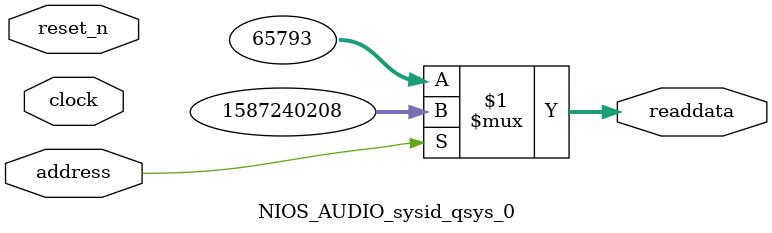
<source format=v>



// synthesis translate_off
`timescale 1ns / 1ps
// synthesis translate_on

// turn off superfluous verilog processor warnings 
// altera message_level Level1 
// altera message_off 10034 10035 10036 10037 10230 10240 10030 

module NIOS_AUDIO_sysid_qsys_0 (
               // inputs:
                address,
                clock,
                reset_n,

               // outputs:
                readdata
             )
;

  output  [ 31: 0] readdata;
  input            address;
  input            clock;
  input            reset_n;

  wire    [ 31: 0] readdata;
  //control_slave, which is an e_avalon_slave
  assign readdata = address ? 1587240208 : 65793;

endmodule



</source>
